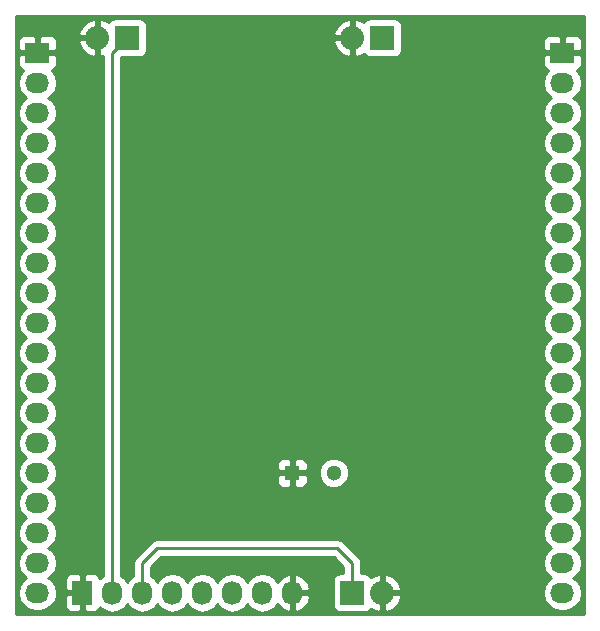
<source format=gbr>
G04 #@! TF.FileFunction,Copper,L2,Bot,Signal*
%FSLAX46Y46*%
G04 Gerber Fmt 4.6, Leading zero omitted, Abs format (unit mm)*
G04 Created by KiCad (PCBNEW 4.0.3+e1-6302~38~ubuntu16.04.1-stable) date Fri Aug 26 17:17:46 2016*
%MOMM*%
%LPD*%
G01*
G04 APERTURE LIST*
%ADD10C,0.100000*%
%ADD11R,2.032000X1.727200*%
%ADD12O,2.032000X1.727200*%
%ADD13R,2.032000X2.032000*%
%ADD14O,2.032000X2.032000*%
%ADD15R,1.727200X2.032000*%
%ADD16O,1.727200X2.032000*%
%ADD17C,1.300000*%
%ADD18R,1.300000X1.300000*%
%ADD19C,0.250000*%
%ADD20C,0.254000*%
G04 APERTURE END LIST*
D10*
D11*
X60960000Y-88900000D03*
D12*
X60960000Y-91440000D03*
X60960000Y-93980000D03*
X60960000Y-96520000D03*
X60960000Y-99060000D03*
X60960000Y-101600000D03*
X60960000Y-104140000D03*
X60960000Y-106680000D03*
X60960000Y-109220000D03*
X60960000Y-111760000D03*
X60960000Y-114300000D03*
X60960000Y-116840000D03*
X60960000Y-119380000D03*
X60960000Y-121920000D03*
X60960000Y-124460000D03*
X60960000Y-127000000D03*
X60960000Y-129540000D03*
X60960000Y-132080000D03*
X60960000Y-134620000D03*
D13*
X87630000Y-134620000D03*
D14*
X90170000Y-134620000D03*
D15*
X64770000Y-134620000D03*
D16*
X67310000Y-134620000D03*
X69850000Y-134620000D03*
X72390000Y-134620000D03*
X74930000Y-134620000D03*
X77470000Y-134620000D03*
X80010000Y-134620000D03*
X82550000Y-134620000D03*
D13*
X68580000Y-87630000D03*
D14*
X66040000Y-87630000D03*
D13*
X90170000Y-87630000D03*
D14*
X87630000Y-87630000D03*
D11*
X105410000Y-88900000D03*
D12*
X105410000Y-91440000D03*
X105410000Y-93980000D03*
X105410000Y-96520000D03*
X105410000Y-99060000D03*
X105410000Y-101600000D03*
X105410000Y-104140000D03*
X105410000Y-106680000D03*
X105410000Y-109220000D03*
X105410000Y-111760000D03*
X105410000Y-114300000D03*
X105410000Y-116840000D03*
X105410000Y-119380000D03*
X105410000Y-121920000D03*
X105410000Y-124460000D03*
X105410000Y-127000000D03*
X105410000Y-129540000D03*
X105410000Y-132080000D03*
X105410000Y-134620000D03*
D17*
X86050000Y-124460000D03*
D18*
X82550000Y-124460000D03*
D19*
X67310000Y-134620000D02*
X67310000Y-88900000D01*
X69850000Y-134620000D02*
X69850000Y-132080000D01*
X69850000Y-132080000D02*
X71120000Y-130810000D01*
X71120000Y-130810000D02*
X86360000Y-130810000D01*
X87630000Y-132080000D02*
X87630000Y-134620000D01*
X86360000Y-130810000D02*
X87630000Y-132080000D01*
X67310000Y-88900000D02*
X68580000Y-87630000D01*
D20*
G36*
X107240000Y-136450000D02*
X59130000Y-136450000D01*
X59130000Y-91440000D01*
X59276655Y-91440000D01*
X59390729Y-92013489D01*
X59715585Y-92499670D01*
X60030366Y-92710000D01*
X59715585Y-92920330D01*
X59390729Y-93406511D01*
X59276655Y-93980000D01*
X59390729Y-94553489D01*
X59715585Y-95039670D01*
X60030366Y-95250000D01*
X59715585Y-95460330D01*
X59390729Y-95946511D01*
X59276655Y-96520000D01*
X59390729Y-97093489D01*
X59715585Y-97579670D01*
X60030366Y-97790000D01*
X59715585Y-98000330D01*
X59390729Y-98486511D01*
X59276655Y-99060000D01*
X59390729Y-99633489D01*
X59715585Y-100119670D01*
X60030366Y-100330000D01*
X59715585Y-100540330D01*
X59390729Y-101026511D01*
X59276655Y-101600000D01*
X59390729Y-102173489D01*
X59715585Y-102659670D01*
X60030366Y-102870000D01*
X59715585Y-103080330D01*
X59390729Y-103566511D01*
X59276655Y-104140000D01*
X59390729Y-104713489D01*
X59715585Y-105199670D01*
X60030366Y-105410000D01*
X59715585Y-105620330D01*
X59390729Y-106106511D01*
X59276655Y-106680000D01*
X59390729Y-107253489D01*
X59715585Y-107739670D01*
X60030366Y-107950000D01*
X59715585Y-108160330D01*
X59390729Y-108646511D01*
X59276655Y-109220000D01*
X59390729Y-109793489D01*
X59715585Y-110279670D01*
X60030366Y-110490000D01*
X59715585Y-110700330D01*
X59390729Y-111186511D01*
X59276655Y-111760000D01*
X59390729Y-112333489D01*
X59715585Y-112819670D01*
X60030366Y-113030000D01*
X59715585Y-113240330D01*
X59390729Y-113726511D01*
X59276655Y-114300000D01*
X59390729Y-114873489D01*
X59715585Y-115359670D01*
X60030366Y-115570000D01*
X59715585Y-115780330D01*
X59390729Y-116266511D01*
X59276655Y-116840000D01*
X59390729Y-117413489D01*
X59715585Y-117899670D01*
X60030366Y-118110000D01*
X59715585Y-118320330D01*
X59390729Y-118806511D01*
X59276655Y-119380000D01*
X59390729Y-119953489D01*
X59715585Y-120439670D01*
X60030366Y-120650000D01*
X59715585Y-120860330D01*
X59390729Y-121346511D01*
X59276655Y-121920000D01*
X59390729Y-122493489D01*
X59715585Y-122979670D01*
X60030366Y-123190000D01*
X59715585Y-123400330D01*
X59390729Y-123886511D01*
X59276655Y-124460000D01*
X59390729Y-125033489D01*
X59715585Y-125519670D01*
X60030366Y-125730000D01*
X59715585Y-125940330D01*
X59390729Y-126426511D01*
X59276655Y-127000000D01*
X59390729Y-127573489D01*
X59715585Y-128059670D01*
X60030366Y-128270000D01*
X59715585Y-128480330D01*
X59390729Y-128966511D01*
X59276655Y-129540000D01*
X59390729Y-130113489D01*
X59715585Y-130599670D01*
X60030366Y-130810000D01*
X59715585Y-131020330D01*
X59390729Y-131506511D01*
X59276655Y-132080000D01*
X59390729Y-132653489D01*
X59715585Y-133139670D01*
X60030366Y-133350000D01*
X59715585Y-133560330D01*
X59390729Y-134046511D01*
X59276655Y-134620000D01*
X59390729Y-135193489D01*
X59715585Y-135679670D01*
X60201766Y-136004526D01*
X60775255Y-136118600D01*
X61144745Y-136118600D01*
X61718234Y-136004526D01*
X62204415Y-135679670D01*
X62529271Y-135193489D01*
X62586505Y-134905750D01*
X63271400Y-134905750D01*
X63271400Y-135762310D01*
X63368073Y-135995699D01*
X63546702Y-136174327D01*
X63780091Y-136271000D01*
X64484250Y-136271000D01*
X64643000Y-136112250D01*
X64643000Y-134747000D01*
X63430150Y-134747000D01*
X63271400Y-134905750D01*
X62586505Y-134905750D01*
X62643345Y-134620000D01*
X62529271Y-134046511D01*
X62204415Y-133560330D01*
X62080736Y-133477690D01*
X63271400Y-133477690D01*
X63271400Y-134334250D01*
X63430150Y-134493000D01*
X64643000Y-134493000D01*
X64643000Y-133127750D01*
X64897000Y-133127750D01*
X64897000Y-134493000D01*
X64917000Y-134493000D01*
X64917000Y-134747000D01*
X64897000Y-134747000D01*
X64897000Y-136112250D01*
X65055750Y-136271000D01*
X65759909Y-136271000D01*
X65993298Y-136174327D01*
X66171927Y-135995699D01*
X66235500Y-135842220D01*
X66250330Y-135864415D01*
X66736511Y-136189271D01*
X67310000Y-136303345D01*
X67883489Y-136189271D01*
X68369670Y-135864415D01*
X68580000Y-135549634D01*
X68790330Y-135864415D01*
X69276511Y-136189271D01*
X69850000Y-136303345D01*
X70423489Y-136189271D01*
X70909670Y-135864415D01*
X71120000Y-135549634D01*
X71330330Y-135864415D01*
X71816511Y-136189271D01*
X72390000Y-136303345D01*
X72963489Y-136189271D01*
X73449670Y-135864415D01*
X73660000Y-135549634D01*
X73870330Y-135864415D01*
X74356511Y-136189271D01*
X74930000Y-136303345D01*
X75503489Y-136189271D01*
X75989670Y-135864415D01*
X76200000Y-135549634D01*
X76410330Y-135864415D01*
X76896511Y-136189271D01*
X77470000Y-136303345D01*
X78043489Y-136189271D01*
X78529670Y-135864415D01*
X78740000Y-135549634D01*
X78950330Y-135864415D01*
X79436511Y-136189271D01*
X80010000Y-136303345D01*
X80583489Y-136189271D01*
X81069670Y-135864415D01*
X81276461Y-135554931D01*
X81647964Y-135970732D01*
X82175209Y-136224709D01*
X82190974Y-136227358D01*
X82423000Y-136106217D01*
X82423000Y-134747000D01*
X82677000Y-134747000D01*
X82677000Y-136106217D01*
X82909026Y-136227358D01*
X82924791Y-136224709D01*
X83452036Y-135970732D01*
X83841954Y-135534320D01*
X84035184Y-134981913D01*
X83890924Y-134747000D01*
X82677000Y-134747000D01*
X82423000Y-134747000D01*
X82403000Y-134747000D01*
X82403000Y-134493000D01*
X82423000Y-134493000D01*
X82423000Y-133133783D01*
X82677000Y-133133783D01*
X82677000Y-134493000D01*
X83890924Y-134493000D01*
X84035184Y-134258087D01*
X83841954Y-133705680D01*
X83452036Y-133269268D01*
X82924791Y-133015291D01*
X82909026Y-133012642D01*
X82677000Y-133133783D01*
X82423000Y-133133783D01*
X82190974Y-133012642D01*
X82175209Y-133015291D01*
X81647964Y-133269268D01*
X81276461Y-133685069D01*
X81069670Y-133375585D01*
X80583489Y-133050729D01*
X80010000Y-132936655D01*
X79436511Y-133050729D01*
X78950330Y-133375585D01*
X78740000Y-133690366D01*
X78529670Y-133375585D01*
X78043489Y-133050729D01*
X77470000Y-132936655D01*
X76896511Y-133050729D01*
X76410330Y-133375585D01*
X76200000Y-133690366D01*
X75989670Y-133375585D01*
X75503489Y-133050729D01*
X74930000Y-132936655D01*
X74356511Y-133050729D01*
X73870330Y-133375585D01*
X73660000Y-133690366D01*
X73449670Y-133375585D01*
X72963489Y-133050729D01*
X72390000Y-132936655D01*
X71816511Y-133050729D01*
X71330330Y-133375585D01*
X71120000Y-133690366D01*
X70909670Y-133375585D01*
X70610000Y-133175352D01*
X70610000Y-132394802D01*
X71434802Y-131570000D01*
X86045198Y-131570000D01*
X86870000Y-132394802D01*
X86870000Y-132956560D01*
X86614000Y-132956560D01*
X86378683Y-133000838D01*
X86162559Y-133139910D01*
X86017569Y-133352110D01*
X85966560Y-133604000D01*
X85966560Y-135636000D01*
X86010838Y-135871317D01*
X86149910Y-136087441D01*
X86362110Y-136232431D01*
X86614000Y-136283440D01*
X88646000Y-136283440D01*
X88881317Y-136239162D01*
X89097441Y-136100090D01*
X89197856Y-135953128D01*
X89201621Y-135957188D01*
X89787054Y-136225983D01*
X90043000Y-136107367D01*
X90043000Y-134747000D01*
X90297000Y-134747000D01*
X90297000Y-136107367D01*
X90552946Y-136225983D01*
X91138379Y-135957188D01*
X91576385Y-135484818D01*
X91775975Y-135002944D01*
X91656836Y-134747000D01*
X90297000Y-134747000D01*
X90043000Y-134747000D01*
X90023000Y-134747000D01*
X90023000Y-134493000D01*
X90043000Y-134493000D01*
X90043000Y-133132633D01*
X90297000Y-133132633D01*
X90297000Y-134493000D01*
X91656836Y-134493000D01*
X91775975Y-134237056D01*
X91576385Y-133755182D01*
X91138379Y-133282812D01*
X90552946Y-133014017D01*
X90297000Y-133132633D01*
X90043000Y-133132633D01*
X89787054Y-133014017D01*
X89201621Y-133282812D01*
X89197066Y-133287724D01*
X89110090Y-133152559D01*
X88897890Y-133007569D01*
X88646000Y-132956560D01*
X88390000Y-132956560D01*
X88390000Y-132080000D01*
X88332148Y-131789161D01*
X88332148Y-131789160D01*
X88167401Y-131542599D01*
X86897401Y-130272599D01*
X86650839Y-130107852D01*
X86360000Y-130050000D01*
X71120000Y-130050000D01*
X70829160Y-130107852D01*
X70582599Y-130272599D01*
X69312599Y-131542599D01*
X69147852Y-131789161D01*
X69090000Y-132080000D01*
X69090000Y-133175352D01*
X68790330Y-133375585D01*
X68580000Y-133690366D01*
X68369670Y-133375585D01*
X68070000Y-133175352D01*
X68070000Y-124745750D01*
X81265000Y-124745750D01*
X81265000Y-125236310D01*
X81361673Y-125469699D01*
X81540302Y-125648327D01*
X81773691Y-125745000D01*
X82264250Y-125745000D01*
X82423000Y-125586250D01*
X82423000Y-124587000D01*
X82677000Y-124587000D01*
X82677000Y-125586250D01*
X82835750Y-125745000D01*
X83326309Y-125745000D01*
X83559698Y-125648327D01*
X83738327Y-125469699D01*
X83835000Y-125236310D01*
X83835000Y-124745750D01*
X83803731Y-124714481D01*
X84764777Y-124714481D01*
X84959995Y-125186943D01*
X85321155Y-125548735D01*
X85793276Y-125744777D01*
X86304481Y-125745223D01*
X86776943Y-125550005D01*
X87138735Y-125188845D01*
X87334777Y-124716724D01*
X87335223Y-124205519D01*
X87140005Y-123733057D01*
X86778845Y-123371265D01*
X86306724Y-123175223D01*
X85795519Y-123174777D01*
X85323057Y-123369995D01*
X84961265Y-123731155D01*
X84765223Y-124203276D01*
X84764777Y-124714481D01*
X83803731Y-124714481D01*
X83676250Y-124587000D01*
X82677000Y-124587000D01*
X82423000Y-124587000D01*
X81423750Y-124587000D01*
X81265000Y-124745750D01*
X68070000Y-124745750D01*
X68070000Y-123683690D01*
X81265000Y-123683690D01*
X81265000Y-124174250D01*
X81423750Y-124333000D01*
X82423000Y-124333000D01*
X82423000Y-123333750D01*
X82677000Y-123333750D01*
X82677000Y-124333000D01*
X83676250Y-124333000D01*
X83835000Y-124174250D01*
X83835000Y-123683690D01*
X83738327Y-123450301D01*
X83559698Y-123271673D01*
X83326309Y-123175000D01*
X82835750Y-123175000D01*
X82677000Y-123333750D01*
X82423000Y-123333750D01*
X82264250Y-123175000D01*
X81773691Y-123175000D01*
X81540302Y-123271673D01*
X81361673Y-123450301D01*
X81265000Y-123683690D01*
X68070000Y-123683690D01*
X68070000Y-91440000D01*
X103726655Y-91440000D01*
X103840729Y-92013489D01*
X104165585Y-92499670D01*
X104480366Y-92710000D01*
X104165585Y-92920330D01*
X103840729Y-93406511D01*
X103726655Y-93980000D01*
X103840729Y-94553489D01*
X104165585Y-95039670D01*
X104480366Y-95250000D01*
X104165585Y-95460330D01*
X103840729Y-95946511D01*
X103726655Y-96520000D01*
X103840729Y-97093489D01*
X104165585Y-97579670D01*
X104480366Y-97790000D01*
X104165585Y-98000330D01*
X103840729Y-98486511D01*
X103726655Y-99060000D01*
X103840729Y-99633489D01*
X104165585Y-100119670D01*
X104480366Y-100330000D01*
X104165585Y-100540330D01*
X103840729Y-101026511D01*
X103726655Y-101600000D01*
X103840729Y-102173489D01*
X104165585Y-102659670D01*
X104480366Y-102870000D01*
X104165585Y-103080330D01*
X103840729Y-103566511D01*
X103726655Y-104140000D01*
X103840729Y-104713489D01*
X104165585Y-105199670D01*
X104480366Y-105410000D01*
X104165585Y-105620330D01*
X103840729Y-106106511D01*
X103726655Y-106680000D01*
X103840729Y-107253489D01*
X104165585Y-107739670D01*
X104480366Y-107950000D01*
X104165585Y-108160330D01*
X103840729Y-108646511D01*
X103726655Y-109220000D01*
X103840729Y-109793489D01*
X104165585Y-110279670D01*
X104480366Y-110490000D01*
X104165585Y-110700330D01*
X103840729Y-111186511D01*
X103726655Y-111760000D01*
X103840729Y-112333489D01*
X104165585Y-112819670D01*
X104480366Y-113030000D01*
X104165585Y-113240330D01*
X103840729Y-113726511D01*
X103726655Y-114300000D01*
X103840729Y-114873489D01*
X104165585Y-115359670D01*
X104480366Y-115570000D01*
X104165585Y-115780330D01*
X103840729Y-116266511D01*
X103726655Y-116840000D01*
X103840729Y-117413489D01*
X104165585Y-117899670D01*
X104480366Y-118110000D01*
X104165585Y-118320330D01*
X103840729Y-118806511D01*
X103726655Y-119380000D01*
X103840729Y-119953489D01*
X104165585Y-120439670D01*
X104480366Y-120650000D01*
X104165585Y-120860330D01*
X103840729Y-121346511D01*
X103726655Y-121920000D01*
X103840729Y-122493489D01*
X104165585Y-122979670D01*
X104480366Y-123190000D01*
X104165585Y-123400330D01*
X103840729Y-123886511D01*
X103726655Y-124460000D01*
X103840729Y-125033489D01*
X104165585Y-125519670D01*
X104480366Y-125730000D01*
X104165585Y-125940330D01*
X103840729Y-126426511D01*
X103726655Y-127000000D01*
X103840729Y-127573489D01*
X104165585Y-128059670D01*
X104480366Y-128270000D01*
X104165585Y-128480330D01*
X103840729Y-128966511D01*
X103726655Y-129540000D01*
X103840729Y-130113489D01*
X104165585Y-130599670D01*
X104480366Y-130810000D01*
X104165585Y-131020330D01*
X103840729Y-131506511D01*
X103726655Y-132080000D01*
X103840729Y-132653489D01*
X104165585Y-133139670D01*
X104480366Y-133350000D01*
X104165585Y-133560330D01*
X103840729Y-134046511D01*
X103726655Y-134620000D01*
X103840729Y-135193489D01*
X104165585Y-135679670D01*
X104651766Y-136004526D01*
X105225255Y-136118600D01*
X105594745Y-136118600D01*
X106168234Y-136004526D01*
X106654415Y-135679670D01*
X106979271Y-135193489D01*
X107093345Y-134620000D01*
X106979271Y-134046511D01*
X106654415Y-133560330D01*
X106339634Y-133350000D01*
X106654415Y-133139670D01*
X106979271Y-132653489D01*
X107093345Y-132080000D01*
X106979271Y-131506511D01*
X106654415Y-131020330D01*
X106339634Y-130810000D01*
X106654415Y-130599670D01*
X106979271Y-130113489D01*
X107093345Y-129540000D01*
X106979271Y-128966511D01*
X106654415Y-128480330D01*
X106339634Y-128270000D01*
X106654415Y-128059670D01*
X106979271Y-127573489D01*
X107093345Y-127000000D01*
X106979271Y-126426511D01*
X106654415Y-125940330D01*
X106339634Y-125730000D01*
X106654415Y-125519670D01*
X106979271Y-125033489D01*
X107093345Y-124460000D01*
X106979271Y-123886511D01*
X106654415Y-123400330D01*
X106339634Y-123190000D01*
X106654415Y-122979670D01*
X106979271Y-122493489D01*
X107093345Y-121920000D01*
X106979271Y-121346511D01*
X106654415Y-120860330D01*
X106339634Y-120650000D01*
X106654415Y-120439670D01*
X106979271Y-119953489D01*
X107093345Y-119380000D01*
X106979271Y-118806511D01*
X106654415Y-118320330D01*
X106339634Y-118110000D01*
X106654415Y-117899670D01*
X106979271Y-117413489D01*
X107093345Y-116840000D01*
X106979271Y-116266511D01*
X106654415Y-115780330D01*
X106339634Y-115570000D01*
X106654415Y-115359670D01*
X106979271Y-114873489D01*
X107093345Y-114300000D01*
X106979271Y-113726511D01*
X106654415Y-113240330D01*
X106339634Y-113030000D01*
X106654415Y-112819670D01*
X106979271Y-112333489D01*
X107093345Y-111760000D01*
X106979271Y-111186511D01*
X106654415Y-110700330D01*
X106339634Y-110490000D01*
X106654415Y-110279670D01*
X106979271Y-109793489D01*
X107093345Y-109220000D01*
X106979271Y-108646511D01*
X106654415Y-108160330D01*
X106339634Y-107950000D01*
X106654415Y-107739670D01*
X106979271Y-107253489D01*
X107093345Y-106680000D01*
X106979271Y-106106511D01*
X106654415Y-105620330D01*
X106339634Y-105410000D01*
X106654415Y-105199670D01*
X106979271Y-104713489D01*
X107093345Y-104140000D01*
X106979271Y-103566511D01*
X106654415Y-103080330D01*
X106339634Y-102870000D01*
X106654415Y-102659670D01*
X106979271Y-102173489D01*
X107093345Y-101600000D01*
X106979271Y-101026511D01*
X106654415Y-100540330D01*
X106339634Y-100330000D01*
X106654415Y-100119670D01*
X106979271Y-99633489D01*
X107093345Y-99060000D01*
X106979271Y-98486511D01*
X106654415Y-98000330D01*
X106339634Y-97790000D01*
X106654415Y-97579670D01*
X106979271Y-97093489D01*
X107093345Y-96520000D01*
X106979271Y-95946511D01*
X106654415Y-95460330D01*
X106339634Y-95250000D01*
X106654415Y-95039670D01*
X106979271Y-94553489D01*
X107093345Y-93980000D01*
X106979271Y-93406511D01*
X106654415Y-92920330D01*
X106339634Y-92710000D01*
X106654415Y-92499670D01*
X106979271Y-92013489D01*
X107093345Y-91440000D01*
X106979271Y-90866511D01*
X106654415Y-90380330D01*
X106632220Y-90365500D01*
X106785699Y-90301927D01*
X106964327Y-90123298D01*
X107061000Y-89889909D01*
X107061000Y-89185750D01*
X106902250Y-89027000D01*
X105537000Y-89027000D01*
X105537000Y-89047000D01*
X105283000Y-89047000D01*
X105283000Y-89027000D01*
X103917750Y-89027000D01*
X103759000Y-89185750D01*
X103759000Y-89889909D01*
X103855673Y-90123298D01*
X104034301Y-90301927D01*
X104187780Y-90365500D01*
X104165585Y-90380330D01*
X103840729Y-90866511D01*
X103726655Y-91440000D01*
X68070000Y-91440000D01*
X68070000Y-89293440D01*
X69596000Y-89293440D01*
X69831317Y-89249162D01*
X70047441Y-89110090D01*
X70192431Y-88897890D01*
X70243440Y-88646000D01*
X70243440Y-88012944D01*
X86024025Y-88012944D01*
X86223615Y-88494818D01*
X86661621Y-88967188D01*
X87247054Y-89235983D01*
X87503000Y-89117367D01*
X87503000Y-87757000D01*
X86143164Y-87757000D01*
X86024025Y-88012944D01*
X70243440Y-88012944D01*
X70243440Y-87247056D01*
X86024025Y-87247056D01*
X86143164Y-87503000D01*
X87503000Y-87503000D01*
X87503000Y-86142633D01*
X87757000Y-86142633D01*
X87757000Y-87503000D01*
X87777000Y-87503000D01*
X87777000Y-87757000D01*
X87757000Y-87757000D01*
X87757000Y-89117367D01*
X88012946Y-89235983D01*
X88598379Y-88967188D01*
X88602934Y-88962276D01*
X88689910Y-89097441D01*
X88902110Y-89242431D01*
X89154000Y-89293440D01*
X91186000Y-89293440D01*
X91421317Y-89249162D01*
X91637441Y-89110090D01*
X91782431Y-88897890D01*
X91833440Y-88646000D01*
X91833440Y-87910091D01*
X103759000Y-87910091D01*
X103759000Y-88614250D01*
X103917750Y-88773000D01*
X105283000Y-88773000D01*
X105283000Y-87560150D01*
X105537000Y-87560150D01*
X105537000Y-88773000D01*
X106902250Y-88773000D01*
X107061000Y-88614250D01*
X107061000Y-87910091D01*
X106964327Y-87676702D01*
X106785699Y-87498073D01*
X106552310Y-87401400D01*
X105695750Y-87401400D01*
X105537000Y-87560150D01*
X105283000Y-87560150D01*
X105124250Y-87401400D01*
X104267690Y-87401400D01*
X104034301Y-87498073D01*
X103855673Y-87676702D01*
X103759000Y-87910091D01*
X91833440Y-87910091D01*
X91833440Y-86614000D01*
X91789162Y-86378683D01*
X91650090Y-86162559D01*
X91437890Y-86017569D01*
X91186000Y-85966560D01*
X89154000Y-85966560D01*
X88918683Y-86010838D01*
X88702559Y-86149910D01*
X88602144Y-86296872D01*
X88598379Y-86292812D01*
X88012946Y-86024017D01*
X87757000Y-86142633D01*
X87503000Y-86142633D01*
X87247054Y-86024017D01*
X86661621Y-86292812D01*
X86223615Y-86765182D01*
X86024025Y-87247056D01*
X70243440Y-87247056D01*
X70243440Y-86614000D01*
X70199162Y-86378683D01*
X70060090Y-86162559D01*
X69847890Y-86017569D01*
X69596000Y-85966560D01*
X67564000Y-85966560D01*
X67328683Y-86010838D01*
X67112559Y-86149910D01*
X67012144Y-86296872D01*
X67008379Y-86292812D01*
X66422946Y-86024017D01*
X66167000Y-86142633D01*
X66167000Y-87503000D01*
X66187000Y-87503000D01*
X66187000Y-87757000D01*
X66167000Y-87757000D01*
X66167000Y-89117367D01*
X66422946Y-89235983D01*
X66550000Y-89177648D01*
X66550000Y-133175352D01*
X66250330Y-133375585D01*
X66235500Y-133397780D01*
X66171927Y-133244301D01*
X65993298Y-133065673D01*
X65759909Y-132969000D01*
X65055750Y-132969000D01*
X64897000Y-133127750D01*
X64643000Y-133127750D01*
X64484250Y-132969000D01*
X63780091Y-132969000D01*
X63546702Y-133065673D01*
X63368073Y-133244301D01*
X63271400Y-133477690D01*
X62080736Y-133477690D01*
X61889634Y-133350000D01*
X62204415Y-133139670D01*
X62529271Y-132653489D01*
X62643345Y-132080000D01*
X62529271Y-131506511D01*
X62204415Y-131020330D01*
X61889634Y-130810000D01*
X62204415Y-130599670D01*
X62529271Y-130113489D01*
X62643345Y-129540000D01*
X62529271Y-128966511D01*
X62204415Y-128480330D01*
X61889634Y-128270000D01*
X62204415Y-128059670D01*
X62529271Y-127573489D01*
X62643345Y-127000000D01*
X62529271Y-126426511D01*
X62204415Y-125940330D01*
X61889634Y-125730000D01*
X62204415Y-125519670D01*
X62529271Y-125033489D01*
X62643345Y-124460000D01*
X62529271Y-123886511D01*
X62204415Y-123400330D01*
X61889634Y-123190000D01*
X62204415Y-122979670D01*
X62529271Y-122493489D01*
X62643345Y-121920000D01*
X62529271Y-121346511D01*
X62204415Y-120860330D01*
X61889634Y-120650000D01*
X62204415Y-120439670D01*
X62529271Y-119953489D01*
X62643345Y-119380000D01*
X62529271Y-118806511D01*
X62204415Y-118320330D01*
X61889634Y-118110000D01*
X62204415Y-117899670D01*
X62529271Y-117413489D01*
X62643345Y-116840000D01*
X62529271Y-116266511D01*
X62204415Y-115780330D01*
X61889634Y-115570000D01*
X62204415Y-115359670D01*
X62529271Y-114873489D01*
X62643345Y-114300000D01*
X62529271Y-113726511D01*
X62204415Y-113240330D01*
X61889634Y-113030000D01*
X62204415Y-112819670D01*
X62529271Y-112333489D01*
X62643345Y-111760000D01*
X62529271Y-111186511D01*
X62204415Y-110700330D01*
X61889634Y-110490000D01*
X62204415Y-110279670D01*
X62529271Y-109793489D01*
X62643345Y-109220000D01*
X62529271Y-108646511D01*
X62204415Y-108160330D01*
X61889634Y-107950000D01*
X62204415Y-107739670D01*
X62529271Y-107253489D01*
X62643345Y-106680000D01*
X62529271Y-106106511D01*
X62204415Y-105620330D01*
X61889634Y-105410000D01*
X62204415Y-105199670D01*
X62529271Y-104713489D01*
X62643345Y-104140000D01*
X62529271Y-103566511D01*
X62204415Y-103080330D01*
X61889634Y-102870000D01*
X62204415Y-102659670D01*
X62529271Y-102173489D01*
X62643345Y-101600000D01*
X62529271Y-101026511D01*
X62204415Y-100540330D01*
X61889634Y-100330000D01*
X62204415Y-100119670D01*
X62529271Y-99633489D01*
X62643345Y-99060000D01*
X62529271Y-98486511D01*
X62204415Y-98000330D01*
X61889634Y-97790000D01*
X62204415Y-97579670D01*
X62529271Y-97093489D01*
X62643345Y-96520000D01*
X62529271Y-95946511D01*
X62204415Y-95460330D01*
X61889634Y-95250000D01*
X62204415Y-95039670D01*
X62529271Y-94553489D01*
X62643345Y-93980000D01*
X62529271Y-93406511D01*
X62204415Y-92920330D01*
X61889634Y-92710000D01*
X62204415Y-92499670D01*
X62529271Y-92013489D01*
X62643345Y-91440000D01*
X62529271Y-90866511D01*
X62204415Y-90380330D01*
X62182220Y-90365500D01*
X62335699Y-90301927D01*
X62514327Y-90123298D01*
X62611000Y-89889909D01*
X62611000Y-89185750D01*
X62452250Y-89027000D01*
X61087000Y-89027000D01*
X61087000Y-89047000D01*
X60833000Y-89047000D01*
X60833000Y-89027000D01*
X59467750Y-89027000D01*
X59309000Y-89185750D01*
X59309000Y-89889909D01*
X59405673Y-90123298D01*
X59584301Y-90301927D01*
X59737780Y-90365500D01*
X59715585Y-90380330D01*
X59390729Y-90866511D01*
X59276655Y-91440000D01*
X59130000Y-91440000D01*
X59130000Y-87910091D01*
X59309000Y-87910091D01*
X59309000Y-88614250D01*
X59467750Y-88773000D01*
X60833000Y-88773000D01*
X60833000Y-87560150D01*
X61087000Y-87560150D01*
X61087000Y-88773000D01*
X62452250Y-88773000D01*
X62611000Y-88614250D01*
X62611000Y-88012944D01*
X64434025Y-88012944D01*
X64633615Y-88494818D01*
X65071621Y-88967188D01*
X65657054Y-89235983D01*
X65913000Y-89117367D01*
X65913000Y-87757000D01*
X64553164Y-87757000D01*
X64434025Y-88012944D01*
X62611000Y-88012944D01*
X62611000Y-87910091D01*
X62514327Y-87676702D01*
X62335699Y-87498073D01*
X62102310Y-87401400D01*
X61245750Y-87401400D01*
X61087000Y-87560150D01*
X60833000Y-87560150D01*
X60674250Y-87401400D01*
X59817690Y-87401400D01*
X59584301Y-87498073D01*
X59405673Y-87676702D01*
X59309000Y-87910091D01*
X59130000Y-87910091D01*
X59130000Y-87247056D01*
X64434025Y-87247056D01*
X64553164Y-87503000D01*
X65913000Y-87503000D01*
X65913000Y-86142633D01*
X65657054Y-86024017D01*
X65071621Y-86292812D01*
X64633615Y-86765182D01*
X64434025Y-87247056D01*
X59130000Y-87247056D01*
X59130000Y-85800000D01*
X107240000Y-85800000D01*
X107240000Y-136450000D01*
X107240000Y-136450000D01*
G37*
X107240000Y-136450000D02*
X59130000Y-136450000D01*
X59130000Y-91440000D01*
X59276655Y-91440000D01*
X59390729Y-92013489D01*
X59715585Y-92499670D01*
X60030366Y-92710000D01*
X59715585Y-92920330D01*
X59390729Y-93406511D01*
X59276655Y-93980000D01*
X59390729Y-94553489D01*
X59715585Y-95039670D01*
X60030366Y-95250000D01*
X59715585Y-95460330D01*
X59390729Y-95946511D01*
X59276655Y-96520000D01*
X59390729Y-97093489D01*
X59715585Y-97579670D01*
X60030366Y-97790000D01*
X59715585Y-98000330D01*
X59390729Y-98486511D01*
X59276655Y-99060000D01*
X59390729Y-99633489D01*
X59715585Y-100119670D01*
X60030366Y-100330000D01*
X59715585Y-100540330D01*
X59390729Y-101026511D01*
X59276655Y-101600000D01*
X59390729Y-102173489D01*
X59715585Y-102659670D01*
X60030366Y-102870000D01*
X59715585Y-103080330D01*
X59390729Y-103566511D01*
X59276655Y-104140000D01*
X59390729Y-104713489D01*
X59715585Y-105199670D01*
X60030366Y-105410000D01*
X59715585Y-105620330D01*
X59390729Y-106106511D01*
X59276655Y-106680000D01*
X59390729Y-107253489D01*
X59715585Y-107739670D01*
X60030366Y-107950000D01*
X59715585Y-108160330D01*
X59390729Y-108646511D01*
X59276655Y-109220000D01*
X59390729Y-109793489D01*
X59715585Y-110279670D01*
X60030366Y-110490000D01*
X59715585Y-110700330D01*
X59390729Y-111186511D01*
X59276655Y-111760000D01*
X59390729Y-112333489D01*
X59715585Y-112819670D01*
X60030366Y-113030000D01*
X59715585Y-113240330D01*
X59390729Y-113726511D01*
X59276655Y-114300000D01*
X59390729Y-114873489D01*
X59715585Y-115359670D01*
X60030366Y-115570000D01*
X59715585Y-115780330D01*
X59390729Y-116266511D01*
X59276655Y-116840000D01*
X59390729Y-117413489D01*
X59715585Y-117899670D01*
X60030366Y-118110000D01*
X59715585Y-118320330D01*
X59390729Y-118806511D01*
X59276655Y-119380000D01*
X59390729Y-119953489D01*
X59715585Y-120439670D01*
X60030366Y-120650000D01*
X59715585Y-120860330D01*
X59390729Y-121346511D01*
X59276655Y-121920000D01*
X59390729Y-122493489D01*
X59715585Y-122979670D01*
X60030366Y-123190000D01*
X59715585Y-123400330D01*
X59390729Y-123886511D01*
X59276655Y-124460000D01*
X59390729Y-125033489D01*
X59715585Y-125519670D01*
X60030366Y-125730000D01*
X59715585Y-125940330D01*
X59390729Y-126426511D01*
X59276655Y-127000000D01*
X59390729Y-127573489D01*
X59715585Y-128059670D01*
X60030366Y-128270000D01*
X59715585Y-128480330D01*
X59390729Y-128966511D01*
X59276655Y-129540000D01*
X59390729Y-130113489D01*
X59715585Y-130599670D01*
X60030366Y-130810000D01*
X59715585Y-131020330D01*
X59390729Y-131506511D01*
X59276655Y-132080000D01*
X59390729Y-132653489D01*
X59715585Y-133139670D01*
X60030366Y-133350000D01*
X59715585Y-133560330D01*
X59390729Y-134046511D01*
X59276655Y-134620000D01*
X59390729Y-135193489D01*
X59715585Y-135679670D01*
X60201766Y-136004526D01*
X60775255Y-136118600D01*
X61144745Y-136118600D01*
X61718234Y-136004526D01*
X62204415Y-135679670D01*
X62529271Y-135193489D01*
X62586505Y-134905750D01*
X63271400Y-134905750D01*
X63271400Y-135762310D01*
X63368073Y-135995699D01*
X63546702Y-136174327D01*
X63780091Y-136271000D01*
X64484250Y-136271000D01*
X64643000Y-136112250D01*
X64643000Y-134747000D01*
X63430150Y-134747000D01*
X63271400Y-134905750D01*
X62586505Y-134905750D01*
X62643345Y-134620000D01*
X62529271Y-134046511D01*
X62204415Y-133560330D01*
X62080736Y-133477690D01*
X63271400Y-133477690D01*
X63271400Y-134334250D01*
X63430150Y-134493000D01*
X64643000Y-134493000D01*
X64643000Y-133127750D01*
X64897000Y-133127750D01*
X64897000Y-134493000D01*
X64917000Y-134493000D01*
X64917000Y-134747000D01*
X64897000Y-134747000D01*
X64897000Y-136112250D01*
X65055750Y-136271000D01*
X65759909Y-136271000D01*
X65993298Y-136174327D01*
X66171927Y-135995699D01*
X66235500Y-135842220D01*
X66250330Y-135864415D01*
X66736511Y-136189271D01*
X67310000Y-136303345D01*
X67883489Y-136189271D01*
X68369670Y-135864415D01*
X68580000Y-135549634D01*
X68790330Y-135864415D01*
X69276511Y-136189271D01*
X69850000Y-136303345D01*
X70423489Y-136189271D01*
X70909670Y-135864415D01*
X71120000Y-135549634D01*
X71330330Y-135864415D01*
X71816511Y-136189271D01*
X72390000Y-136303345D01*
X72963489Y-136189271D01*
X73449670Y-135864415D01*
X73660000Y-135549634D01*
X73870330Y-135864415D01*
X74356511Y-136189271D01*
X74930000Y-136303345D01*
X75503489Y-136189271D01*
X75989670Y-135864415D01*
X76200000Y-135549634D01*
X76410330Y-135864415D01*
X76896511Y-136189271D01*
X77470000Y-136303345D01*
X78043489Y-136189271D01*
X78529670Y-135864415D01*
X78740000Y-135549634D01*
X78950330Y-135864415D01*
X79436511Y-136189271D01*
X80010000Y-136303345D01*
X80583489Y-136189271D01*
X81069670Y-135864415D01*
X81276461Y-135554931D01*
X81647964Y-135970732D01*
X82175209Y-136224709D01*
X82190974Y-136227358D01*
X82423000Y-136106217D01*
X82423000Y-134747000D01*
X82677000Y-134747000D01*
X82677000Y-136106217D01*
X82909026Y-136227358D01*
X82924791Y-136224709D01*
X83452036Y-135970732D01*
X83841954Y-135534320D01*
X84035184Y-134981913D01*
X83890924Y-134747000D01*
X82677000Y-134747000D01*
X82423000Y-134747000D01*
X82403000Y-134747000D01*
X82403000Y-134493000D01*
X82423000Y-134493000D01*
X82423000Y-133133783D01*
X82677000Y-133133783D01*
X82677000Y-134493000D01*
X83890924Y-134493000D01*
X84035184Y-134258087D01*
X83841954Y-133705680D01*
X83452036Y-133269268D01*
X82924791Y-133015291D01*
X82909026Y-133012642D01*
X82677000Y-133133783D01*
X82423000Y-133133783D01*
X82190974Y-133012642D01*
X82175209Y-133015291D01*
X81647964Y-133269268D01*
X81276461Y-133685069D01*
X81069670Y-133375585D01*
X80583489Y-133050729D01*
X80010000Y-132936655D01*
X79436511Y-133050729D01*
X78950330Y-133375585D01*
X78740000Y-133690366D01*
X78529670Y-133375585D01*
X78043489Y-133050729D01*
X77470000Y-132936655D01*
X76896511Y-133050729D01*
X76410330Y-133375585D01*
X76200000Y-133690366D01*
X75989670Y-133375585D01*
X75503489Y-133050729D01*
X74930000Y-132936655D01*
X74356511Y-133050729D01*
X73870330Y-133375585D01*
X73660000Y-133690366D01*
X73449670Y-133375585D01*
X72963489Y-133050729D01*
X72390000Y-132936655D01*
X71816511Y-133050729D01*
X71330330Y-133375585D01*
X71120000Y-133690366D01*
X70909670Y-133375585D01*
X70610000Y-133175352D01*
X70610000Y-132394802D01*
X71434802Y-131570000D01*
X86045198Y-131570000D01*
X86870000Y-132394802D01*
X86870000Y-132956560D01*
X86614000Y-132956560D01*
X86378683Y-133000838D01*
X86162559Y-133139910D01*
X86017569Y-133352110D01*
X85966560Y-133604000D01*
X85966560Y-135636000D01*
X86010838Y-135871317D01*
X86149910Y-136087441D01*
X86362110Y-136232431D01*
X86614000Y-136283440D01*
X88646000Y-136283440D01*
X88881317Y-136239162D01*
X89097441Y-136100090D01*
X89197856Y-135953128D01*
X89201621Y-135957188D01*
X89787054Y-136225983D01*
X90043000Y-136107367D01*
X90043000Y-134747000D01*
X90297000Y-134747000D01*
X90297000Y-136107367D01*
X90552946Y-136225983D01*
X91138379Y-135957188D01*
X91576385Y-135484818D01*
X91775975Y-135002944D01*
X91656836Y-134747000D01*
X90297000Y-134747000D01*
X90043000Y-134747000D01*
X90023000Y-134747000D01*
X90023000Y-134493000D01*
X90043000Y-134493000D01*
X90043000Y-133132633D01*
X90297000Y-133132633D01*
X90297000Y-134493000D01*
X91656836Y-134493000D01*
X91775975Y-134237056D01*
X91576385Y-133755182D01*
X91138379Y-133282812D01*
X90552946Y-133014017D01*
X90297000Y-133132633D01*
X90043000Y-133132633D01*
X89787054Y-133014017D01*
X89201621Y-133282812D01*
X89197066Y-133287724D01*
X89110090Y-133152559D01*
X88897890Y-133007569D01*
X88646000Y-132956560D01*
X88390000Y-132956560D01*
X88390000Y-132080000D01*
X88332148Y-131789161D01*
X88332148Y-131789160D01*
X88167401Y-131542599D01*
X86897401Y-130272599D01*
X86650839Y-130107852D01*
X86360000Y-130050000D01*
X71120000Y-130050000D01*
X70829160Y-130107852D01*
X70582599Y-130272599D01*
X69312599Y-131542599D01*
X69147852Y-131789161D01*
X69090000Y-132080000D01*
X69090000Y-133175352D01*
X68790330Y-133375585D01*
X68580000Y-133690366D01*
X68369670Y-133375585D01*
X68070000Y-133175352D01*
X68070000Y-124745750D01*
X81265000Y-124745750D01*
X81265000Y-125236310D01*
X81361673Y-125469699D01*
X81540302Y-125648327D01*
X81773691Y-125745000D01*
X82264250Y-125745000D01*
X82423000Y-125586250D01*
X82423000Y-124587000D01*
X82677000Y-124587000D01*
X82677000Y-125586250D01*
X82835750Y-125745000D01*
X83326309Y-125745000D01*
X83559698Y-125648327D01*
X83738327Y-125469699D01*
X83835000Y-125236310D01*
X83835000Y-124745750D01*
X83803731Y-124714481D01*
X84764777Y-124714481D01*
X84959995Y-125186943D01*
X85321155Y-125548735D01*
X85793276Y-125744777D01*
X86304481Y-125745223D01*
X86776943Y-125550005D01*
X87138735Y-125188845D01*
X87334777Y-124716724D01*
X87335223Y-124205519D01*
X87140005Y-123733057D01*
X86778845Y-123371265D01*
X86306724Y-123175223D01*
X85795519Y-123174777D01*
X85323057Y-123369995D01*
X84961265Y-123731155D01*
X84765223Y-124203276D01*
X84764777Y-124714481D01*
X83803731Y-124714481D01*
X83676250Y-124587000D01*
X82677000Y-124587000D01*
X82423000Y-124587000D01*
X81423750Y-124587000D01*
X81265000Y-124745750D01*
X68070000Y-124745750D01*
X68070000Y-123683690D01*
X81265000Y-123683690D01*
X81265000Y-124174250D01*
X81423750Y-124333000D01*
X82423000Y-124333000D01*
X82423000Y-123333750D01*
X82677000Y-123333750D01*
X82677000Y-124333000D01*
X83676250Y-124333000D01*
X83835000Y-124174250D01*
X83835000Y-123683690D01*
X83738327Y-123450301D01*
X83559698Y-123271673D01*
X83326309Y-123175000D01*
X82835750Y-123175000D01*
X82677000Y-123333750D01*
X82423000Y-123333750D01*
X82264250Y-123175000D01*
X81773691Y-123175000D01*
X81540302Y-123271673D01*
X81361673Y-123450301D01*
X81265000Y-123683690D01*
X68070000Y-123683690D01*
X68070000Y-91440000D01*
X103726655Y-91440000D01*
X103840729Y-92013489D01*
X104165585Y-92499670D01*
X104480366Y-92710000D01*
X104165585Y-92920330D01*
X103840729Y-93406511D01*
X103726655Y-93980000D01*
X103840729Y-94553489D01*
X104165585Y-95039670D01*
X104480366Y-95250000D01*
X104165585Y-95460330D01*
X103840729Y-95946511D01*
X103726655Y-96520000D01*
X103840729Y-97093489D01*
X104165585Y-97579670D01*
X104480366Y-97790000D01*
X104165585Y-98000330D01*
X103840729Y-98486511D01*
X103726655Y-99060000D01*
X103840729Y-99633489D01*
X104165585Y-100119670D01*
X104480366Y-100330000D01*
X104165585Y-100540330D01*
X103840729Y-101026511D01*
X103726655Y-101600000D01*
X103840729Y-102173489D01*
X104165585Y-102659670D01*
X104480366Y-102870000D01*
X104165585Y-103080330D01*
X103840729Y-103566511D01*
X103726655Y-104140000D01*
X103840729Y-104713489D01*
X104165585Y-105199670D01*
X104480366Y-105410000D01*
X104165585Y-105620330D01*
X103840729Y-106106511D01*
X103726655Y-106680000D01*
X103840729Y-107253489D01*
X104165585Y-107739670D01*
X104480366Y-107950000D01*
X104165585Y-108160330D01*
X103840729Y-108646511D01*
X103726655Y-109220000D01*
X103840729Y-109793489D01*
X104165585Y-110279670D01*
X104480366Y-110490000D01*
X104165585Y-110700330D01*
X103840729Y-111186511D01*
X103726655Y-111760000D01*
X103840729Y-112333489D01*
X104165585Y-112819670D01*
X104480366Y-113030000D01*
X104165585Y-113240330D01*
X103840729Y-113726511D01*
X103726655Y-114300000D01*
X103840729Y-114873489D01*
X104165585Y-115359670D01*
X104480366Y-115570000D01*
X104165585Y-115780330D01*
X103840729Y-116266511D01*
X103726655Y-116840000D01*
X103840729Y-117413489D01*
X104165585Y-117899670D01*
X104480366Y-118110000D01*
X104165585Y-118320330D01*
X103840729Y-118806511D01*
X103726655Y-119380000D01*
X103840729Y-119953489D01*
X104165585Y-120439670D01*
X104480366Y-120650000D01*
X104165585Y-120860330D01*
X103840729Y-121346511D01*
X103726655Y-121920000D01*
X103840729Y-122493489D01*
X104165585Y-122979670D01*
X104480366Y-123190000D01*
X104165585Y-123400330D01*
X103840729Y-123886511D01*
X103726655Y-124460000D01*
X103840729Y-125033489D01*
X104165585Y-125519670D01*
X104480366Y-125730000D01*
X104165585Y-125940330D01*
X103840729Y-126426511D01*
X103726655Y-127000000D01*
X103840729Y-127573489D01*
X104165585Y-128059670D01*
X104480366Y-128270000D01*
X104165585Y-128480330D01*
X103840729Y-128966511D01*
X103726655Y-129540000D01*
X103840729Y-130113489D01*
X104165585Y-130599670D01*
X104480366Y-130810000D01*
X104165585Y-131020330D01*
X103840729Y-131506511D01*
X103726655Y-132080000D01*
X103840729Y-132653489D01*
X104165585Y-133139670D01*
X104480366Y-133350000D01*
X104165585Y-133560330D01*
X103840729Y-134046511D01*
X103726655Y-134620000D01*
X103840729Y-135193489D01*
X104165585Y-135679670D01*
X104651766Y-136004526D01*
X105225255Y-136118600D01*
X105594745Y-136118600D01*
X106168234Y-136004526D01*
X106654415Y-135679670D01*
X106979271Y-135193489D01*
X107093345Y-134620000D01*
X106979271Y-134046511D01*
X106654415Y-133560330D01*
X106339634Y-133350000D01*
X106654415Y-133139670D01*
X106979271Y-132653489D01*
X107093345Y-132080000D01*
X106979271Y-131506511D01*
X106654415Y-131020330D01*
X106339634Y-130810000D01*
X106654415Y-130599670D01*
X106979271Y-130113489D01*
X107093345Y-129540000D01*
X106979271Y-128966511D01*
X106654415Y-128480330D01*
X106339634Y-128270000D01*
X106654415Y-128059670D01*
X106979271Y-127573489D01*
X107093345Y-127000000D01*
X106979271Y-126426511D01*
X106654415Y-125940330D01*
X106339634Y-125730000D01*
X106654415Y-125519670D01*
X106979271Y-125033489D01*
X107093345Y-124460000D01*
X106979271Y-123886511D01*
X106654415Y-123400330D01*
X106339634Y-123190000D01*
X106654415Y-122979670D01*
X106979271Y-122493489D01*
X107093345Y-121920000D01*
X106979271Y-121346511D01*
X106654415Y-120860330D01*
X106339634Y-120650000D01*
X106654415Y-120439670D01*
X106979271Y-119953489D01*
X107093345Y-119380000D01*
X106979271Y-118806511D01*
X106654415Y-118320330D01*
X106339634Y-118110000D01*
X106654415Y-117899670D01*
X106979271Y-117413489D01*
X107093345Y-116840000D01*
X106979271Y-116266511D01*
X106654415Y-115780330D01*
X106339634Y-115570000D01*
X106654415Y-115359670D01*
X106979271Y-114873489D01*
X107093345Y-114300000D01*
X106979271Y-113726511D01*
X106654415Y-113240330D01*
X106339634Y-113030000D01*
X106654415Y-112819670D01*
X106979271Y-112333489D01*
X107093345Y-111760000D01*
X106979271Y-111186511D01*
X106654415Y-110700330D01*
X106339634Y-110490000D01*
X106654415Y-110279670D01*
X106979271Y-109793489D01*
X107093345Y-109220000D01*
X106979271Y-108646511D01*
X106654415Y-108160330D01*
X106339634Y-107950000D01*
X106654415Y-107739670D01*
X106979271Y-107253489D01*
X107093345Y-106680000D01*
X106979271Y-106106511D01*
X106654415Y-105620330D01*
X106339634Y-105410000D01*
X106654415Y-105199670D01*
X106979271Y-104713489D01*
X107093345Y-104140000D01*
X106979271Y-103566511D01*
X106654415Y-103080330D01*
X106339634Y-102870000D01*
X106654415Y-102659670D01*
X106979271Y-102173489D01*
X107093345Y-101600000D01*
X106979271Y-101026511D01*
X106654415Y-100540330D01*
X106339634Y-100330000D01*
X106654415Y-100119670D01*
X106979271Y-99633489D01*
X107093345Y-99060000D01*
X106979271Y-98486511D01*
X106654415Y-98000330D01*
X106339634Y-97790000D01*
X106654415Y-97579670D01*
X106979271Y-97093489D01*
X107093345Y-96520000D01*
X106979271Y-95946511D01*
X106654415Y-95460330D01*
X106339634Y-95250000D01*
X106654415Y-95039670D01*
X106979271Y-94553489D01*
X107093345Y-93980000D01*
X106979271Y-93406511D01*
X106654415Y-92920330D01*
X106339634Y-92710000D01*
X106654415Y-92499670D01*
X106979271Y-92013489D01*
X107093345Y-91440000D01*
X106979271Y-90866511D01*
X106654415Y-90380330D01*
X106632220Y-90365500D01*
X106785699Y-90301927D01*
X106964327Y-90123298D01*
X107061000Y-89889909D01*
X107061000Y-89185750D01*
X106902250Y-89027000D01*
X105537000Y-89027000D01*
X105537000Y-89047000D01*
X105283000Y-89047000D01*
X105283000Y-89027000D01*
X103917750Y-89027000D01*
X103759000Y-89185750D01*
X103759000Y-89889909D01*
X103855673Y-90123298D01*
X104034301Y-90301927D01*
X104187780Y-90365500D01*
X104165585Y-90380330D01*
X103840729Y-90866511D01*
X103726655Y-91440000D01*
X68070000Y-91440000D01*
X68070000Y-89293440D01*
X69596000Y-89293440D01*
X69831317Y-89249162D01*
X70047441Y-89110090D01*
X70192431Y-88897890D01*
X70243440Y-88646000D01*
X70243440Y-88012944D01*
X86024025Y-88012944D01*
X86223615Y-88494818D01*
X86661621Y-88967188D01*
X87247054Y-89235983D01*
X87503000Y-89117367D01*
X87503000Y-87757000D01*
X86143164Y-87757000D01*
X86024025Y-88012944D01*
X70243440Y-88012944D01*
X70243440Y-87247056D01*
X86024025Y-87247056D01*
X86143164Y-87503000D01*
X87503000Y-87503000D01*
X87503000Y-86142633D01*
X87757000Y-86142633D01*
X87757000Y-87503000D01*
X87777000Y-87503000D01*
X87777000Y-87757000D01*
X87757000Y-87757000D01*
X87757000Y-89117367D01*
X88012946Y-89235983D01*
X88598379Y-88967188D01*
X88602934Y-88962276D01*
X88689910Y-89097441D01*
X88902110Y-89242431D01*
X89154000Y-89293440D01*
X91186000Y-89293440D01*
X91421317Y-89249162D01*
X91637441Y-89110090D01*
X91782431Y-88897890D01*
X91833440Y-88646000D01*
X91833440Y-87910091D01*
X103759000Y-87910091D01*
X103759000Y-88614250D01*
X103917750Y-88773000D01*
X105283000Y-88773000D01*
X105283000Y-87560150D01*
X105537000Y-87560150D01*
X105537000Y-88773000D01*
X106902250Y-88773000D01*
X107061000Y-88614250D01*
X107061000Y-87910091D01*
X106964327Y-87676702D01*
X106785699Y-87498073D01*
X106552310Y-87401400D01*
X105695750Y-87401400D01*
X105537000Y-87560150D01*
X105283000Y-87560150D01*
X105124250Y-87401400D01*
X104267690Y-87401400D01*
X104034301Y-87498073D01*
X103855673Y-87676702D01*
X103759000Y-87910091D01*
X91833440Y-87910091D01*
X91833440Y-86614000D01*
X91789162Y-86378683D01*
X91650090Y-86162559D01*
X91437890Y-86017569D01*
X91186000Y-85966560D01*
X89154000Y-85966560D01*
X88918683Y-86010838D01*
X88702559Y-86149910D01*
X88602144Y-86296872D01*
X88598379Y-86292812D01*
X88012946Y-86024017D01*
X87757000Y-86142633D01*
X87503000Y-86142633D01*
X87247054Y-86024017D01*
X86661621Y-86292812D01*
X86223615Y-86765182D01*
X86024025Y-87247056D01*
X70243440Y-87247056D01*
X70243440Y-86614000D01*
X70199162Y-86378683D01*
X70060090Y-86162559D01*
X69847890Y-86017569D01*
X69596000Y-85966560D01*
X67564000Y-85966560D01*
X67328683Y-86010838D01*
X67112559Y-86149910D01*
X67012144Y-86296872D01*
X67008379Y-86292812D01*
X66422946Y-86024017D01*
X66167000Y-86142633D01*
X66167000Y-87503000D01*
X66187000Y-87503000D01*
X66187000Y-87757000D01*
X66167000Y-87757000D01*
X66167000Y-89117367D01*
X66422946Y-89235983D01*
X66550000Y-89177648D01*
X66550000Y-133175352D01*
X66250330Y-133375585D01*
X66235500Y-133397780D01*
X66171927Y-133244301D01*
X65993298Y-133065673D01*
X65759909Y-132969000D01*
X65055750Y-132969000D01*
X64897000Y-133127750D01*
X64643000Y-133127750D01*
X64484250Y-132969000D01*
X63780091Y-132969000D01*
X63546702Y-133065673D01*
X63368073Y-133244301D01*
X63271400Y-133477690D01*
X62080736Y-133477690D01*
X61889634Y-133350000D01*
X62204415Y-133139670D01*
X62529271Y-132653489D01*
X62643345Y-132080000D01*
X62529271Y-131506511D01*
X62204415Y-131020330D01*
X61889634Y-130810000D01*
X62204415Y-130599670D01*
X62529271Y-130113489D01*
X62643345Y-129540000D01*
X62529271Y-128966511D01*
X62204415Y-128480330D01*
X61889634Y-128270000D01*
X62204415Y-128059670D01*
X62529271Y-127573489D01*
X62643345Y-127000000D01*
X62529271Y-126426511D01*
X62204415Y-125940330D01*
X61889634Y-125730000D01*
X62204415Y-125519670D01*
X62529271Y-125033489D01*
X62643345Y-124460000D01*
X62529271Y-123886511D01*
X62204415Y-123400330D01*
X61889634Y-123190000D01*
X62204415Y-122979670D01*
X62529271Y-122493489D01*
X62643345Y-121920000D01*
X62529271Y-121346511D01*
X62204415Y-120860330D01*
X61889634Y-120650000D01*
X62204415Y-120439670D01*
X62529271Y-119953489D01*
X62643345Y-119380000D01*
X62529271Y-118806511D01*
X62204415Y-118320330D01*
X61889634Y-118110000D01*
X62204415Y-117899670D01*
X62529271Y-117413489D01*
X62643345Y-116840000D01*
X62529271Y-116266511D01*
X62204415Y-115780330D01*
X61889634Y-115570000D01*
X62204415Y-115359670D01*
X62529271Y-114873489D01*
X62643345Y-114300000D01*
X62529271Y-113726511D01*
X62204415Y-113240330D01*
X61889634Y-113030000D01*
X62204415Y-112819670D01*
X62529271Y-112333489D01*
X62643345Y-111760000D01*
X62529271Y-111186511D01*
X62204415Y-110700330D01*
X61889634Y-110490000D01*
X62204415Y-110279670D01*
X62529271Y-109793489D01*
X62643345Y-109220000D01*
X62529271Y-108646511D01*
X62204415Y-108160330D01*
X61889634Y-107950000D01*
X62204415Y-107739670D01*
X62529271Y-107253489D01*
X62643345Y-106680000D01*
X62529271Y-106106511D01*
X62204415Y-105620330D01*
X61889634Y-105410000D01*
X62204415Y-105199670D01*
X62529271Y-104713489D01*
X62643345Y-104140000D01*
X62529271Y-103566511D01*
X62204415Y-103080330D01*
X61889634Y-102870000D01*
X62204415Y-102659670D01*
X62529271Y-102173489D01*
X62643345Y-101600000D01*
X62529271Y-101026511D01*
X62204415Y-100540330D01*
X61889634Y-100330000D01*
X62204415Y-100119670D01*
X62529271Y-99633489D01*
X62643345Y-99060000D01*
X62529271Y-98486511D01*
X62204415Y-98000330D01*
X61889634Y-97790000D01*
X62204415Y-97579670D01*
X62529271Y-97093489D01*
X62643345Y-96520000D01*
X62529271Y-95946511D01*
X62204415Y-95460330D01*
X61889634Y-95250000D01*
X62204415Y-95039670D01*
X62529271Y-94553489D01*
X62643345Y-93980000D01*
X62529271Y-93406511D01*
X62204415Y-92920330D01*
X61889634Y-92710000D01*
X62204415Y-92499670D01*
X62529271Y-92013489D01*
X62643345Y-91440000D01*
X62529271Y-90866511D01*
X62204415Y-90380330D01*
X62182220Y-90365500D01*
X62335699Y-90301927D01*
X62514327Y-90123298D01*
X62611000Y-89889909D01*
X62611000Y-89185750D01*
X62452250Y-89027000D01*
X61087000Y-89027000D01*
X61087000Y-89047000D01*
X60833000Y-89047000D01*
X60833000Y-89027000D01*
X59467750Y-89027000D01*
X59309000Y-89185750D01*
X59309000Y-89889909D01*
X59405673Y-90123298D01*
X59584301Y-90301927D01*
X59737780Y-90365500D01*
X59715585Y-90380330D01*
X59390729Y-90866511D01*
X59276655Y-91440000D01*
X59130000Y-91440000D01*
X59130000Y-87910091D01*
X59309000Y-87910091D01*
X59309000Y-88614250D01*
X59467750Y-88773000D01*
X60833000Y-88773000D01*
X60833000Y-87560150D01*
X61087000Y-87560150D01*
X61087000Y-88773000D01*
X62452250Y-88773000D01*
X62611000Y-88614250D01*
X62611000Y-88012944D01*
X64434025Y-88012944D01*
X64633615Y-88494818D01*
X65071621Y-88967188D01*
X65657054Y-89235983D01*
X65913000Y-89117367D01*
X65913000Y-87757000D01*
X64553164Y-87757000D01*
X64434025Y-88012944D01*
X62611000Y-88012944D01*
X62611000Y-87910091D01*
X62514327Y-87676702D01*
X62335699Y-87498073D01*
X62102310Y-87401400D01*
X61245750Y-87401400D01*
X61087000Y-87560150D01*
X60833000Y-87560150D01*
X60674250Y-87401400D01*
X59817690Y-87401400D01*
X59584301Y-87498073D01*
X59405673Y-87676702D01*
X59309000Y-87910091D01*
X59130000Y-87910091D01*
X59130000Y-87247056D01*
X64434025Y-87247056D01*
X64553164Y-87503000D01*
X65913000Y-87503000D01*
X65913000Y-86142633D01*
X65657054Y-86024017D01*
X65071621Y-86292812D01*
X64633615Y-86765182D01*
X64434025Y-87247056D01*
X59130000Y-87247056D01*
X59130000Y-85800000D01*
X107240000Y-85800000D01*
X107240000Y-136450000D01*
M02*

</source>
